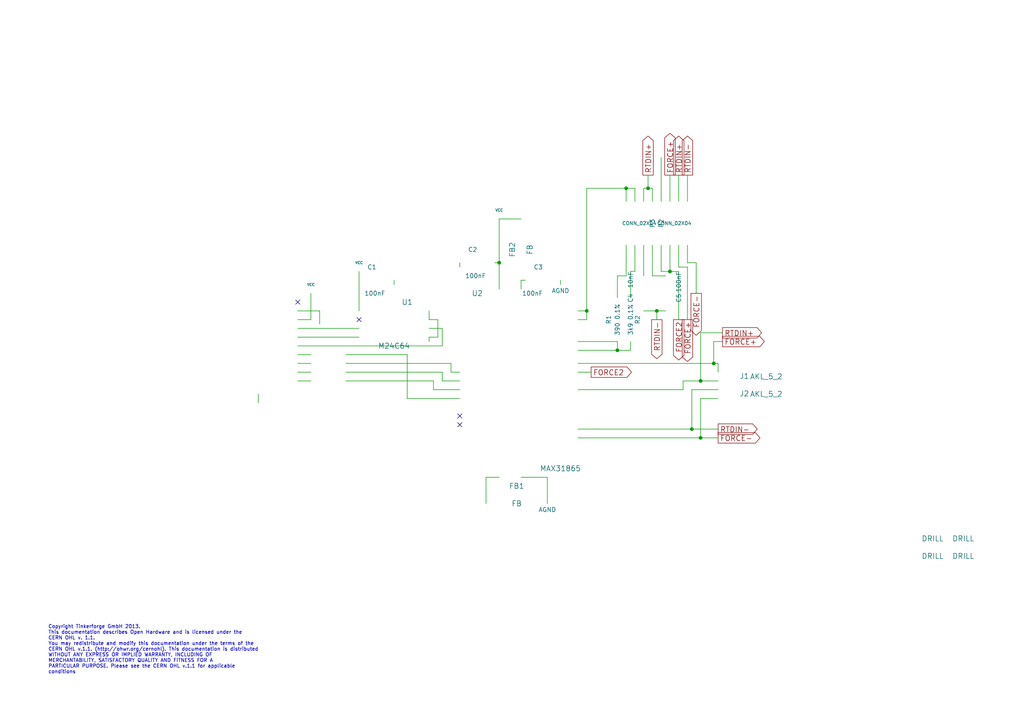
<source format=kicad_sch>
(kicad_sch (version 20230121) (generator eeschema)
  (paper "A4")
  (title_block (title "IO4 Bricklet") (date "25 jun 2013") (rev "1.0") (company "Tinkerforge GmbH") (comment 1 "Licensed under CERN OHL v.1.1") (comment 2 "Copyright (©) 2013, B.Nordmeyer <bastian@tinkerforge.com>"))
  (lib_symbols)
  (junction (at 194.31 78.74))
  (junction (at 200.66 124.46))
  (junction (at 179.07 101.6))
  (junction (at 187.96 54.61))
  (junction (at 170.18 90.17))
  (junction (at 203.2 110.49))
  (junction (at 190.5 90.17))
  (junction (at 144.78 76.2))
  (junction (at 181.61 54.61))
  (junction (at 203.2 127))
  (junction (at 207.01 105.41))
  (no_connect (at 104.14 92.71))
  (no_connect (at 86.36 87.63))
  (no_connect (at 133.35 123.19))
  (no_connect (at 133.35 120.65))
  (wire (pts (xy 201.93 76.2) (xy 199.39 76.2)))
  (wire (pts (xy 196.85 78.74) (xy 196.85 92.71)))
  (wire (pts (xy 125.73 110.49) (xy 100.33 110.49)))
  (wire (pts (xy 133.35 110.49) (xy 128.27 110.49)))
  (wire (pts (xy 133.35 77.47) (xy 133.35 76.2)))
  (wire (pts (xy 186.69 54.61) (xy 187.96 54.61)))
  (wire (pts (xy 170.18 90.17) (xy 167.64 90.17)))
  (wire (pts (xy 124.46 92.71) (xy 124.46 90.17)))
  (wire (pts (xy 167.64 105.41) (xy 207.01 105.41)))
  (wire (pts (xy 191.77 45.72) (xy 191.77 58.42)))
  (wire (pts (xy 199.39 92.71) (xy 199.39 77.47)))
  (wire (pts (xy 191.77 71.12) (xy 191.77 78.74)))
  (wire (pts (xy 196.85 77.47) (xy 196.85 71.12)))
  (wire (pts (xy 74.93 116.84) (xy 74.93 114.3)))
  (wire (pts (xy 125.73 113.03) (xy 125.73 110.49)))
  (wire (pts (xy 181.61 58.42) (xy 181.61 54.61)))
  (wire (pts (xy 201.93 85.09) (xy 201.93 76.2)))
  (wire (pts (xy 167.64 113.03) (xy 198.12 113.03)))
  (wire (pts (xy 203.2 96.52) (xy 203.2 110.49)))
  (wire (pts (xy 86.36 110.49) (xy 90.17 110.49)))
  (wire (pts (xy 194.31 71.12) (xy 194.31 78.74)))
  (wire (pts (xy 104.14 78.74) (xy 104.14 90.17)))
  (wire (pts (xy 209.55 96.52) (xy 203.2 96.52)))
  (wire (pts (xy 179.07 99.06) (xy 167.64 99.06)))
  (wire (pts (xy 90.17 107.95) (xy 86.36 107.95)))
  (wire (pts (xy 207.01 105.41) (xy 207.01 99.06)))
  (wire (pts (xy 167.64 107.95) (xy 171.45 107.95)))
  (wire (pts (xy 199.39 76.2) (xy 199.39 71.12)))
  (wire (pts (xy 194.31 50.8) (xy 194.31 58.42)))
  (wire (pts (xy 182.88 78.74) (xy 184.15 78.74)))
  (wire (pts (xy 127 92.71) (xy 124.46 92.71)))
  (wire (pts (xy 130.81 107.95) (xy 130.81 105.41)))
  (wire (pts (xy 198.12 110.49) (xy 203.2 110.49)))
  (wire (pts (xy 128.27 110.49) (xy 128.27 107.95)))
  (wire (pts (xy 196.85 50.8) (xy 196.85 58.42)))
  (wire (pts (xy 186.69 71.12) (xy 186.69 80.01)))
  (wire (pts (xy 182.88 101.6) (xy 179.07 101.6)))
  (wire (pts (xy 128.27 100.33) (xy 128.27 95.25)))
  (wire (pts (xy 208.28 124.46) (xy 200.66 124.46)))
  (wire (pts (xy 104.14 97.79) (xy 86.36 97.79)))
  (wire (pts (xy 187.96 50.8) (xy 187.96 54.61)))
  (wire (pts (xy 189.23 80.01) (xy 193.04 80.01)))
  (wire (pts (xy 193.04 90.17) (xy 190.5 90.17)))
  (wire (pts (xy 182.88 86.36) (xy 182.88 78.74)))
  (wire (pts (xy 130.81 105.41) (xy 100.33 105.41)))
  (wire (pts (xy 151.13 138.43) (xy 158.75 138.43)))
  (wire (pts (xy 90.17 92.71) (xy 86.36 92.71)))
  (wire (pts (xy 144.78 76.2) (xy 144.78 63.5)))
  (wire (pts (xy 208.28 113.03) (xy 200.66 113.03)))
  (wire (pts (xy 104.14 95.25) (xy 86.36 95.25)))
  (wire (pts (xy 208.28 105.41) (xy 208.28 107.95)))
  (wire (pts (xy 179.07 80.01) (xy 179.07 86.36)))
  (wire (pts (xy 86.36 105.41) (xy 90.17 105.41)))
  (wire (pts (xy 118.11 115.57) (xy 133.35 115.57)))
  (wire (pts (xy 203.2 127) (xy 167.64 127)))
  (wire (pts (xy 158.75 138.43) (xy 158.75 146.05)))
  (wire (pts (xy 144.78 83.82) (xy 144.78 76.2)))
  (wire (pts (xy 190.5 92.71) (xy 190.5 90.17)))
  (wire (pts (xy 181.61 54.61) (xy 184.15 54.61)))
  (wire (pts (xy 198.12 113.03) (xy 198.12 110.49)))
  (wire (pts (xy 144.78 63.5) (xy 151.13 63.5)))
  (wire (pts (xy 140.97 138.43) (xy 140.97 146.05)))
  (wire (pts (xy 179.07 101.6) (xy 167.64 101.6)))
  (wire (pts (xy 194.31 78.74) (xy 196.85 78.74)))
  (wire (pts (xy 199.39 50.8) (xy 199.39 58.42)))
  (wire (pts (xy 133.35 113.03) (xy 125.73 113.03)))
  (wire (pts (xy 203.2 115.57) (xy 208.28 115.57)))
  (wire (pts (xy 184.15 78.74) (xy 184.15 71.12)))
  (wire (pts (xy 92.71 90.17) (xy 92.71 93.98)))
  (wire (pts (xy 144.78 138.43) (xy 140.97 138.43)))
  (wire (pts (xy 170.18 90.17) (xy 170.18 92.71)))
  (wire (pts (xy 181.61 71.12) (xy 181.61 80.01)))
  (wire (pts (xy 118.11 102.87) (xy 118.11 115.57)))
  (wire (pts (xy 189.23 71.12) (xy 189.23 80.01)))
  (wire (pts (xy 200.66 113.03) (xy 200.66 124.46)))
  (wire (pts (xy 124.46 97.79) (xy 124.46 99.06)))
  (wire (pts (xy 203.2 110.49) (xy 208.28 110.49)))
  (wire (pts (xy 127 97.79) (xy 124.46 97.79)))
  (wire (pts (xy 90.17 85.09) (xy 90.17 92.71)))
  (wire (pts (xy 179.07 101.6) (xy 179.07 99.06)))
  (wire (pts (xy 162.56 82.55) (xy 162.56 81.28)))
  (wire (pts (xy 186.69 58.42) (xy 186.69 54.61)))
  (wire (pts (xy 86.36 90.17) (xy 92.71 90.17)))
  (wire (pts (xy 118.11 102.87) (xy 100.33 102.87)))
  (wire (pts (xy 151.13 81.28) (xy 152.4 81.28)))
  (wire (pts (xy 207.01 105.41) (xy 208.28 105.41)))
  (wire (pts (xy 207.01 99.06) (xy 209.55 99.06)))
  (wire (pts (xy 151.13 83.82) (xy 151.13 81.28)))
  (wire (pts (xy 200.66 124.46) (xy 167.64 124.46)))
  (wire (pts (xy 86.36 100.33) (xy 128.27 100.33)))
  (wire (pts (xy 187.96 54.61) (xy 189.23 54.61)))
  (wire (pts (xy 128.27 107.95) (xy 100.33 107.95)))
  (wire (pts (xy 191.77 78.74) (xy 194.31 78.74)))
  (wire (pts (xy 190.5 90.17) (xy 186.69 90.17)))
  (wire (pts (xy 181.61 80.01) (xy 179.07 80.01)))
  (wire (pts (xy 170.18 54.61) (xy 170.18 90.17)))
  (wire (pts (xy 127 97.79) (xy 127 92.71)))
  (wire (pts (xy 208.28 127) (xy 203.2 127)))
  (wire (pts (xy 86.36 102.87) (xy 90.17 102.87)))
  (wire (pts (xy 182.88 99.06) (xy 182.88 101.6)))
  (wire (pts (xy 170.18 92.71) (xy 167.64 92.71)))
  (wire (pts (xy 114.3 81.28) (xy 114.3 82.55)))
  (wire (pts (xy 199.39 77.47) (xy 196.85 77.47)))
  (wire (pts (xy 170.18 54.61) (xy 181.61 54.61)))
  (wire (pts (xy 203.2 127) (xy 203.2 115.57)))
  (wire (pts (xy 128.27 95.25) (xy 124.46 95.25)))
  (wire (pts (xy 184.15 54.61) (xy 184.15 58.42)))
  (wire (pts (xy 144.78 76.2) (xy 143.51 76.2)))
  (wire (pts (xy 189.23 54.61) (xy 189.23 58.42)))
  (wire (pts (xy 133.35 107.95) (xy 130.81 107.95)))
  (text "Copyright Tinkerforge GmbH 2013.\nThis documentation describes Open Hardware and is licensed under the\nCERN OHL v. 1.1.\nYou may redistribute and modify this documentation under the terms of the\nCERN OHL v.1.1. (http://ohwr.org/cernohl). This documentation is distributed\nWITHOUT ANY EXPRESS OR IMPLIED WARRANTY, INCLUDING OF\nMERCHANTABILITY, SATISFACTORY QUALITY AND FITNESS FOR A\nPARTICULAR PURPOSE. Please see the CERN OHL v.1.1 for applicable\nconditions\n" (at 13.97 195.58 0) (effects (font (size 1.016 1.016)) (justify left bottom)))
  (global_label "RTDIN-" (shape output) (at 199.39 50.8 90) (effects (font (size 1.524 1.524))) (property "Intersheetrefs" "${INTERSHEET_REFS}" (effects hide)))
  (global_label "RTDIN-" (shape output) (at 208.28 124.46 0) (effects (font (size 1.524 1.524))) (property "Intersheetrefs" "${INTERSHEET_REFS}" (effects hide)))
  (global_label "FORCE-" (shape output) (at 208.28 127 0) (effects (font (size 1.524 1.524))) (property "Intersheetrefs" "${INTERSHEET_REFS}" (effects hide)))
  (global_label "RTDIN+" (shape output) (at 187.96 50.8 90) (effects (font (size 1.524 1.524))) (property "Intersheetrefs" "${INTERSHEET_REFS}" (effects hide)))
  (global_label "FORCE+" (shape output) (at 199.39 92.71 270) (effects (font (size 1.524 1.524))) (property "Intersheetrefs" "${INTERSHEET_REFS}" (effects hide)))
  (global_label "RTDIN+" (shape output) (at 196.85 50.8 90) (effects (font (size 1.524 1.524))) (property "Intersheetrefs" "${INTERSHEET_REFS}" (effects hide)))
  (global_label "RTDIN-" (shape output) (at 190.5 92.71 270) (effects (font (size 1.524 1.524))) (property "Intersheetrefs" "${INTERSHEET_REFS}" (effects hide)))
  (global_label "FORCE-" (shape output) (at 201.93 85.09 270) (effects (font (size 1.524 1.524))) (property "Intersheetrefs" "${INTERSHEET_REFS}" (effects hide)))
  (global_label "FORCE2" (shape output) (at 171.45 107.95 0) (effects (font (size 1.524 1.524))) (property "Intersheetrefs" "${INTERSHEET_REFS}" (effects hide)))
  (global_label "FORCE+" (shape output) (at 209.55 99.06 0) (effects (font (size 1.524 1.524))) (property "Intersheetrefs" "${INTERSHEET_REFS}" (effects hide)))
  (global_label "RTDIN+" (shape output) (at 209.55 96.52 0) (effects (font (size 1.524 1.524))) (property "Intersheetrefs" "${INTERSHEET_REFS}" (effects hide)))
  (global_label "FORCE+" (shape output) (at 194.31 50.8 90) (effects (font (size 1.524 1.524))) (property "Intersheetrefs" "${INTERSHEET_REFS}" (effects hide)))
  (global_label "FORCE2" (shape output) (at 196.85 92.71 270) (effects (font (size 1.524 1.524))) (property "Intersheetrefs" "${INTERSHEET_REFS}" (effects hide)))
  (symbol (lib_id "CON-SENSOR") (at 74.93 99.06 0) (mirror y) (unit 1)
    (property "Reference" "P1" (at 81.28 85.09 0) (effects (font (size 1.524 1.524))))
    (property "Value" "CON-SENSOR" (at 71.12 99.06 90) (effects (font (size 1.524 1.524))))
    (property "Footprint" "CON-SENSOR" (effects hide))
  )
  (symbol (lib_id "GND") (at 74.93 116.84 0) (unit 1)
    (property "Reference" "#PWR012" (effects hide))
    (property "Value" "GND" (effects hide))
  )
  (symbol (lib_id "GND") (at 92.71 93.98 0) (unit 1)
    (property "Reference" "#PWR011" (effects hide))
    (property "Value" "GND" (effects hide))
  )
  (symbol (lib_id "VCC") (at 90.17 85.09 0) (unit 1)
    (property "Reference" "#PWR010" (effects hide))
    (property "Value" "VCC" (at 90.17 82.55 0) (effects (font (size 0.762 0.762))))
  )
  (symbol (lib_id "CAT24C") (at 114.3 100.33 0) (mirror y) (unit 1)
    (property "Reference" "U1" (at 118.11 87.63 0) (effects (font (size 1.524 1.524))))
    (property "Value" "M24C64" (at 114.3 100.33 0) (effects (font (size 1.524 1.524))))
    (property "Footprint" "SOIC8" (effects hide))
  )
  (symbol (lib_id "C") (at 109.22 81.28 90) (unit 1)
    (property "Reference" "C1" (at 109.22 77.47 90) (effects (justify left)))
    (property "Value" "100nF" (at 111.76 85.09 90) (effects (justify left)))
    (property "Footprint" "C0603" (effects hide))
  )
  (symbol (lib_id "DRILL") (at 279.4 156.21 0) (unit 1)
    (property "Reference" "U5" (effects hide))
    (property "Value" "DRILL" (at 279.4 156.21 0) (effects (font (size 1.524 1.524))))
    (property "Footprint" "DRILL_NP" (effects hide))
  )
  (symbol (lib_id "DRILL") (at 279.4 161.29 0) (unit 1)
    (property "Reference" "U6" (effects hide))
    (property "Value" "DRILL" (at 279.4 161.29 0) (effects (font (size 1.524 1.524))))
    (property "Footprint" "DRILL_NP" (effects hide))
  )
  (symbol (lib_id "DRILL") (at 270.51 161.29 0) (unit 1)
    (property "Reference" "U4" (effects hide))
    (property "Value" "DRILL" (at 270.51 161.29 0) (effects (font (size 1.524 1.524))))
    (property "Footprint" "DRILL_NP" (effects hide))
  )
  (symbol (lib_id "DRILL") (at 270.51 156.21 0) (unit 1)
    (property "Reference" "U3" (effects hide))
    (property "Value" "DRILL" (at 270.51 156.21 0) (effects (font (size 1.524 1.524))))
    (property "Footprint" "DRILL_NP" (effects hide))
  )
  (symbol (lib_id "GND") (at 124.46 99.06 0) (unit 1)
    (property "Reference" "#PWR09" (effects hide))
    (property "Value" "GND" (effects hide))
  )
  (symbol (lib_id "VCC") (at 104.14 78.74 0) (unit 1)
    (property "Reference" "#PWR08" (effects hide))
    (property "Value" "VCC" (at 104.14 76.2 0) (effects (font (size 0.762 0.762))))
  )
  (symbol (lib_id "GND") (at 114.3 82.55 0) (unit 1)
    (property "Reference" "#PWR07" (effects hide))
    (property "Value" "GND" (effects hide))
  )
  (symbol (lib_id "AKL_5_2") (at 213.36 109.22 0) (mirror x) (unit 1)
    (property "Reference" "J1" (at 215.9 109.093 0) (effects (font (size 1.524 1.524))))
    (property "Value" "AKL_5_2" (at 222.25 109.22 0) (effects (font (size 1.524 1.524))))
    (property "Footprint" "AKL_5_2" (effects hide))
  )
  (symbol (lib_id "AKL_5_2") (at 213.36 114.3 0) (mirror x) (unit 1)
    (property "Reference" "J2" (at 215.9 114.173 0) (effects (font (size 1.524 1.524))))
    (property "Value" "AKL_5_2" (at 222.25 114.3 0) (effects (font (size 1.524 1.524))))
    (property "Footprint" "AKL_5_2" (effects hide))
  )
  (symbol (lib_id "MAX31865") (at 149.86 111.76 0) (unit 1)
    (property "Reference" "U2" (at 138.43 85.09 0) (effects (font (size 1.524 1.524))))
    (property "Value" "MAX31865" (at 162.56 135.89 0) (effects (font (size 1.524 1.524))))
    (property "Footprint" "QFN-20-5x5" (effects hide))
  )
  (symbol (lib_id "R") (at 179.07 92.71 0) (unit 1)
    (property "Reference" "R1" (at 176.53 92.71 90))
    (property "Value" "390 0.1%" (at 179.07 92.71 90))
    (property "Footprint" "R0805" (effects hide))
  )
  (symbol (lib_id "R") (at 182.88 92.71 0) (unit 1)
    (property "Reference" "R2" (at 184.912 92.71 90))
    (property "Value" "3k9 0.1%" (at 182.88 92.71 90))
    (property "Footprint" "R0805" (effects hide))
  )
  (symbol (lib_id "VCC") (at 144.78 63.5 0) (unit 1)
    (property "Reference" "#PWR06" (effects hide))
    (property "Value" "VCC" (at 144.78 60.96 0) (effects (font (size 0.762 0.762))))
  )
  (symbol (lib_id "C") (at 157.48 81.28 90) (unit 1)
    (property "Reference" "C3" (at 157.48 77.47 90) (effects (justify left)))
    (property "Value" "100nF" (at 157.48 85.09 90) (effects (justify left)))
    (property "Footprint" "C0603" (effects hide))
  )
  (symbol (lib_id "C") (at 138.43 76.2 90) (unit 1)
    (property "Reference" "C2" (at 138.43 72.39 90) (effects (justify left)))
    (property "Value" "100nF" (at 140.97 80.01 90) (effects (justify left)))
    (property "Footprint" "C0603" (effects hide))
  )
  (symbol (lib_id "AGND") (at 162.56 82.55 0) (unit 1)
    (property "Reference" "#PWR05" (effects hide))
    (property "Value" "AGND" (at 162.56 84.328 0))
  )
  (symbol (lib_id "GND") (at 133.35 77.47 0) (unit 1)
    (property "Reference" "#PWR04" (effects hide))
    (property "Value" "GND" (effects hide))
  )
  (symbol (lib_id "AGND") (at 158.75 146.05 0) (unit 1)
    (property "Reference" "#PWR03" (effects hide))
    (property "Value" "AGND" (at 158.75 147.828 0))
  )
  (symbol (lib_id "GND") (at 140.97 146.05 0) (unit 1)
    (property "Reference" "#PWR02" (effects hide))
    (property "Value" "GND" (effects hide))
  )
  (symbol (lib_id "FILTER") (at 149.86 143.51 0) (unit 1)
    (property "Reference" "FB1" (at 149.86 140.97 0) (effects (font (size 1.524 1.524))))
    (property "Value" "FB" (at 149.86 146.05 0) (effects (font (size 1.524 1.524))))
    (property "Footprint" "C0603" (effects hide))
  )
  (symbol (lib_id "FILTER") (at 151.13 72.39 90) (unit 1)
    (property "Reference" "FB2" (at 148.59 72.39 0) (effects (font (size 1.524 1.524))))
    (property "Value" "FB" (at 153.67 72.39 0) (effects (font (size 1.524 1.524))))
    (property "Footprint" "C0603" (effects hide))
  )
  (symbol (lib_id "C") (at 193.04 85.09 180) (unit 1)
    (property "Reference" "C5" (at 196.85 85.09 90) (effects (justify left)))
    (property "Value" "100nF" (at 196.85 78.74 90) (effects (justify left)))
    (property "Footprint" "C0603" (effects hide))
  )
  (symbol (lib_id "C") (at 186.69 85.09 180) (unit 1)
    (property "Reference" "C4" (at 182.88 85.09 90) (effects (justify left)))
    (property "Value" "10nF" (at 182.88 78.74 90) (effects (justify left)))
    (property "Footprint" "C0603" (effects hide))
  )
  (symbol (lib_id "AGND") (at 191.77 45.72 180) (unit 1)
    (property "Reference" "#PWR01" (effects hide))
    (property "Value" "AGND" (at 191.77 43.942 0))
  )
  (symbol (lib_id "CONN_02X04") (at 185.42 64.77 270) (mirror x) (unit 1)
    (property "Reference" "P2" (at 191.77 64.77 0))
    (property "Value" "CONN_02X04" (at 185.42 64.77 90) (effects (font (size 1.016 1.016))))
    (property "Footprint" "PIN_ARRAY_4X2" (effects hide))
  )
  (symbol (lib_id "CONN_02X04") (at 195.58 64.77 270) (mirror x) (unit 1)
    (property "Reference" "P3" (at 189.23 64.77 0))
    (property "Value" "CONN_02X04" (at 195.58 64.77 90) (effects (font (size 1.016 1.016))))
    (property "Footprint" "PIN_ARRAY_4X2" (effects hide))
  )
  (symbol (lib_id "R_PACK4") (at 95.25 111.76 0) (mirror y) (unit 1)
    (property "Reference" "RP1" (at 95.25 100.33 0) (effects (font (size 1.016 1.016))))
    (property "Value" "100" (at 95.25 113.03 0) (effects (font (size 1.016 1.016))))
    (property "Footprint" "0603X4" (effects hide))
  )
)
</source>
